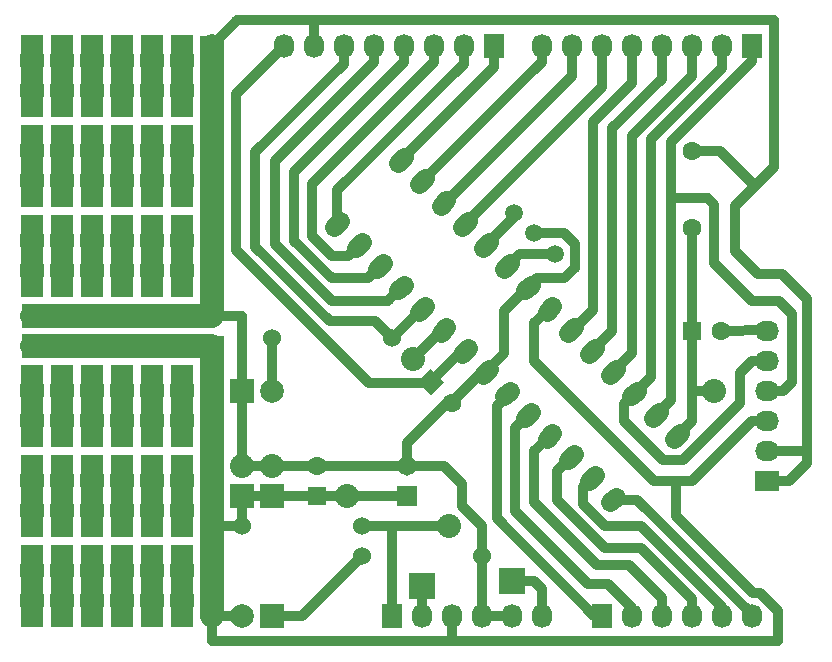
<source format=gbr>
G04 #@! TF.FileFunction,Copper,L2,Bot,Signal*
%FSLAX46Y46*%
G04 Gerber Fmt 4.6, Leading zero omitted, Abs format (unit mm)*
G04 Created by KiCad (PCBNEW 4.0.2+e4-6225~38~ubuntu16.04.1-stable) date Thu 11 Aug 2016 11:22:14 PM PDT*
%MOMM*%
G01*
G04 APERTURE LIST*
%ADD10C,0.100000*%
%ADD11C,1.016000*%
%ADD12R,1.905000X1.905000*%
%ADD13C,1.600000*%
%ADD14R,1.600000X1.600000*%
%ADD15C,1.501140*%
%ADD16C,1.524000*%
%ADD17R,2.032000X1.727200*%
%ADD18O,2.032000X1.727200*%
%ADD19R,1.727200X2.032000*%
%ADD20O,1.727200X2.032000*%
%ADD21R,2.032000X2.032000*%
%ADD22O,2.032000X2.032000*%
%ADD23R,2.235200X2.235200*%
%ADD24R,2.000000X2.000000*%
%ADD25C,2.000000*%
%ADD26R,1.651000X1.651000*%
%ADD27C,1.651000*%
%ADD28C,1.600000*%
%ADD29C,2.032000*%
%ADD30C,2.032000*%
%ADD31C,0.812800*%
G04 APERTURE END LIST*
D10*
D11*
X103378000Y-107061000D02*
X103378000Y-106299000D01*
X102362000Y-107061000D02*
X102362000Y-106299000D01*
X102362000Y-109601000D02*
X102362000Y-108839000D01*
X103378000Y-109601000D02*
X103378000Y-108839000D01*
X103378000Y-79121000D02*
X103378000Y-78359000D01*
X102362000Y-79121000D02*
X102362000Y-78359000D01*
X102362000Y-81661000D02*
X102362000Y-80899000D01*
X103378000Y-81661000D02*
X103378000Y-80899000D01*
X105918000Y-79121000D02*
X105918000Y-78359000D01*
X104902000Y-79121000D02*
X104902000Y-78359000D01*
X104902000Y-81661000D02*
X104902000Y-80899000D01*
X105918000Y-81661000D02*
X105918000Y-80899000D01*
X108458000Y-79121000D02*
X108458000Y-78359000D01*
X107442000Y-79121000D02*
X107442000Y-78359000D01*
X107442000Y-81661000D02*
X107442000Y-80899000D01*
X108458000Y-81661000D02*
X108458000Y-80899000D01*
X110998000Y-79121000D02*
X110998000Y-78359000D01*
X109982000Y-79121000D02*
X109982000Y-78359000D01*
X109982000Y-81661000D02*
X109982000Y-80899000D01*
X110998000Y-81661000D02*
X110998000Y-80899000D01*
X113538000Y-79121000D02*
X113538000Y-78359000D01*
X112522000Y-79121000D02*
X112522000Y-78359000D01*
X112522000Y-81661000D02*
X112522000Y-80899000D01*
X113538000Y-81661000D02*
X113538000Y-80899000D01*
X116078000Y-79121000D02*
X116078000Y-78359000D01*
X115062000Y-79121000D02*
X115062000Y-78359000D01*
X115062000Y-81661000D02*
X115062000Y-80899000D01*
X116078000Y-81661000D02*
X116078000Y-80899000D01*
X103378000Y-86741000D02*
X103378000Y-85979000D01*
X102362000Y-86741000D02*
X102362000Y-85979000D01*
X102362000Y-89281000D02*
X102362000Y-88519000D01*
X103378000Y-89281000D02*
X103378000Y-88519000D01*
X105918000Y-86741000D02*
X105918000Y-85979000D01*
X104902000Y-86741000D02*
X104902000Y-85979000D01*
X104902000Y-89281000D02*
X104902000Y-88519000D01*
X105918000Y-89281000D02*
X105918000Y-88519000D01*
X108458000Y-86741000D02*
X108458000Y-85979000D01*
X107442000Y-86741000D02*
X107442000Y-85979000D01*
X107442000Y-89281000D02*
X107442000Y-88519000D01*
X108458000Y-89281000D02*
X108458000Y-88519000D01*
X110998000Y-86741000D02*
X110998000Y-85979000D01*
X109982000Y-86741000D02*
X109982000Y-85979000D01*
X109982000Y-89281000D02*
X109982000Y-88519000D01*
X110998000Y-89281000D02*
X110998000Y-88519000D01*
X113538000Y-86741000D02*
X113538000Y-85979000D01*
X112522000Y-86741000D02*
X112522000Y-85979000D01*
X112522000Y-89281000D02*
X112522000Y-88519000D01*
X113538000Y-89281000D02*
X113538000Y-88519000D01*
X116078000Y-86741000D02*
X116078000Y-85979000D01*
X115062000Y-86741000D02*
X115062000Y-85979000D01*
X115062000Y-89281000D02*
X115062000Y-88519000D01*
X116078000Y-89281000D02*
X116078000Y-88519000D01*
X103378000Y-94361000D02*
X103378000Y-93599000D01*
X102362000Y-94361000D02*
X102362000Y-93599000D01*
X102362000Y-96901000D02*
X102362000Y-96139000D01*
X103378000Y-96901000D02*
X103378000Y-96139000D01*
X105918000Y-94361000D02*
X105918000Y-93599000D01*
X104902000Y-94361000D02*
X104902000Y-93599000D01*
X104902000Y-96901000D02*
X104902000Y-96139000D01*
X105918000Y-96901000D02*
X105918000Y-96139000D01*
X108458000Y-94361000D02*
X108458000Y-93599000D01*
X107442000Y-94361000D02*
X107442000Y-93599000D01*
X107442000Y-96901000D02*
X107442000Y-96139000D01*
X108458000Y-96901000D02*
X108458000Y-96139000D01*
X110998000Y-94361000D02*
X110998000Y-93599000D01*
X109982000Y-94361000D02*
X109982000Y-93599000D01*
X109982000Y-96901000D02*
X109982000Y-96139000D01*
X110998000Y-96901000D02*
X110998000Y-96139000D01*
X113538000Y-94361000D02*
X113538000Y-93599000D01*
X112522000Y-94361000D02*
X112522000Y-93599000D01*
X112522000Y-96901000D02*
X112522000Y-96139000D01*
X113538000Y-96901000D02*
X113538000Y-96139000D01*
X116078000Y-94361000D02*
X116078000Y-93599000D01*
X115062000Y-94361000D02*
X115062000Y-93599000D01*
X115062000Y-96901000D02*
X115062000Y-96139000D01*
X116078000Y-96901000D02*
X116078000Y-96139000D01*
X105918000Y-107061000D02*
X105918000Y-106299000D01*
X104902000Y-107061000D02*
X104902000Y-106299000D01*
X104902000Y-109601000D02*
X104902000Y-108839000D01*
X105918000Y-109601000D02*
X105918000Y-108839000D01*
X108458000Y-107061000D02*
X108458000Y-106299000D01*
X107442000Y-107061000D02*
X107442000Y-106299000D01*
X107442000Y-109601000D02*
X107442000Y-108839000D01*
X108458000Y-109601000D02*
X108458000Y-108839000D01*
X110998000Y-107061000D02*
X110998000Y-106299000D01*
X109982000Y-107061000D02*
X109982000Y-106299000D01*
X109982000Y-109601000D02*
X109982000Y-108839000D01*
X110998000Y-109601000D02*
X110998000Y-108839000D01*
X113538000Y-107061000D02*
X113538000Y-106299000D01*
X112522000Y-107061000D02*
X112522000Y-106299000D01*
X112522000Y-109601000D02*
X112522000Y-108839000D01*
X113538000Y-109601000D02*
X113538000Y-108839000D01*
X116078000Y-107061000D02*
X116078000Y-106299000D01*
X115062000Y-107061000D02*
X115062000Y-106299000D01*
X115062000Y-109601000D02*
X115062000Y-108839000D01*
X116078000Y-109601000D02*
X116078000Y-108839000D01*
X103378000Y-114681000D02*
X103378000Y-113919000D01*
X102362000Y-114681000D02*
X102362000Y-113919000D01*
X102362000Y-117221000D02*
X102362000Y-116459000D01*
X103378000Y-117221000D02*
X103378000Y-116459000D01*
X105918000Y-114681000D02*
X105918000Y-113919000D01*
X104902000Y-114681000D02*
X104902000Y-113919000D01*
X104902000Y-117221000D02*
X104902000Y-116459000D01*
X105918000Y-117221000D02*
X105918000Y-116459000D01*
X108458000Y-114681000D02*
X108458000Y-113919000D01*
X107442000Y-114681000D02*
X107442000Y-113919000D01*
X107442000Y-117221000D02*
X107442000Y-116459000D01*
X108458000Y-117221000D02*
X108458000Y-116459000D01*
X110998000Y-114681000D02*
X110998000Y-113919000D01*
X109982000Y-114681000D02*
X109982000Y-113919000D01*
X109982000Y-117221000D02*
X109982000Y-116459000D01*
X110998000Y-117221000D02*
X110998000Y-116459000D01*
X113538000Y-114681000D02*
X113538000Y-113919000D01*
X112522000Y-114681000D02*
X112522000Y-113919000D01*
X112522000Y-117221000D02*
X112522000Y-116459000D01*
X113538000Y-117221000D02*
X113538000Y-116459000D01*
X116078000Y-114681000D02*
X116078000Y-113919000D01*
X115062000Y-114681000D02*
X115062000Y-113919000D01*
X115062000Y-117221000D02*
X115062000Y-116459000D01*
X116078000Y-117221000D02*
X116078000Y-116459000D01*
X103378000Y-122301000D02*
X103378000Y-121539000D01*
X102362000Y-122301000D02*
X102362000Y-121539000D01*
X102362000Y-124841000D02*
X102362000Y-124079000D01*
X103378000Y-124841000D02*
X103378000Y-124079000D01*
X105918000Y-122301000D02*
X105918000Y-121539000D01*
X104902000Y-122301000D02*
X104902000Y-121539000D01*
X104902000Y-124841000D02*
X104902000Y-124079000D01*
X105918000Y-124841000D02*
X105918000Y-124079000D01*
X108458000Y-122301000D02*
X108458000Y-121539000D01*
X107442000Y-122301000D02*
X107442000Y-121539000D01*
X107442000Y-124841000D02*
X107442000Y-124079000D01*
X108458000Y-124841000D02*
X108458000Y-124079000D01*
X110998000Y-122301000D02*
X110998000Y-121539000D01*
X109982000Y-122301000D02*
X109982000Y-121539000D01*
X109982000Y-124841000D02*
X109982000Y-124079000D01*
X110998000Y-124841000D02*
X110998000Y-124079000D01*
X113538000Y-122301000D02*
X113538000Y-121539000D01*
X112522000Y-122301000D02*
X112522000Y-121539000D01*
X112522000Y-124841000D02*
X112522000Y-124079000D01*
X113538000Y-124841000D02*
X113538000Y-124079000D01*
X116078000Y-122301000D02*
X116078000Y-121539000D01*
X115062000Y-122301000D02*
X115062000Y-121539000D01*
X115062000Y-124841000D02*
X115062000Y-124079000D01*
X116078000Y-124841000D02*
X116078000Y-124079000D01*
D12*
X102870000Y-110490000D03*
X102870000Y-107950000D03*
X102870000Y-105410000D03*
X102870000Y-82550000D03*
X102870000Y-80010000D03*
X102870000Y-77470000D03*
D13*
X158750000Y-86360000D03*
X158750000Y-92860000D03*
D10*
G36*
X135520629Y-105918000D02*
X136652000Y-104786629D01*
X137783371Y-105918000D01*
X136652000Y-107049371D01*
X135520629Y-105918000D01*
X135520629Y-105918000D01*
G37*
D13*
X138419767Y-107685767D03*
D14*
X158750000Y-101600000D03*
D13*
X161250000Y-101600000D03*
D14*
X127000000Y-115570000D03*
D13*
X127000000Y-113070000D03*
D15*
X147141005Y-95071005D03*
X143688995Y-91618995D03*
X145415000Y-93345000D03*
D16*
X120650000Y-118110000D03*
X130810000Y-118110000D03*
X130810000Y-120650000D03*
X140970000Y-120650000D03*
X133350000Y-102235000D03*
X123190000Y-102235000D03*
D17*
X118110000Y-77470000D03*
D18*
X118110000Y-80010000D03*
X118110000Y-82550000D03*
X118110000Y-85090000D03*
X118110000Y-87630000D03*
X118110000Y-90170000D03*
X118110000Y-92710000D03*
X118110000Y-95250000D03*
X118110000Y-97790000D03*
X118110000Y-100330000D03*
D19*
X102870000Y-100330000D03*
D20*
X105410000Y-100330000D03*
X107950000Y-100330000D03*
X110490000Y-100330000D03*
X113030000Y-100330000D03*
X115570000Y-100330000D03*
D17*
X118110000Y-102870000D03*
D18*
X118110000Y-105410000D03*
X118110000Y-107950000D03*
X118110000Y-110490000D03*
X118110000Y-113030000D03*
X118110000Y-115570000D03*
X118110000Y-118110000D03*
X118110000Y-120650000D03*
X118110000Y-123190000D03*
X118110000Y-125730000D03*
D19*
X102870000Y-102870000D03*
D20*
X105410000Y-102870000D03*
X107950000Y-102870000D03*
X110490000Y-102870000D03*
X113030000Y-102870000D03*
X115570000Y-102870000D03*
D21*
X120650000Y-115570000D03*
D22*
X120650000Y-113030000D03*
D21*
X123190000Y-115570000D03*
D22*
X123190000Y-113030000D03*
D23*
X143510000Y-122809000D03*
X135890000Y-123190000D03*
D19*
X141986000Y-77470000D03*
D20*
X139446000Y-77470000D03*
X136906000Y-77470000D03*
X134366000Y-77470000D03*
X131826000Y-77470000D03*
X129286000Y-77470000D03*
X126746000Y-77470000D03*
X124206000Y-77470000D03*
D19*
X163830000Y-77470000D03*
D20*
X161290000Y-77470000D03*
X158750000Y-77470000D03*
X156210000Y-77470000D03*
X153670000Y-77470000D03*
X151130000Y-77470000D03*
X148590000Y-77470000D03*
X146050000Y-77470000D03*
D17*
X165100000Y-114300000D03*
D18*
X165100000Y-111760000D03*
X165100000Y-109220000D03*
X165100000Y-106680000D03*
X165100000Y-104140000D03*
X165100000Y-101600000D03*
D19*
X151130000Y-125730000D03*
D20*
X153670000Y-125730000D03*
X156210000Y-125730000D03*
X158750000Y-125730000D03*
X161290000Y-125730000D03*
X163830000Y-125730000D03*
D19*
X133350000Y-125730000D03*
D20*
X135890000Y-125730000D03*
X138430000Y-125730000D03*
X140970000Y-125730000D03*
X143510000Y-125730000D03*
X146050000Y-125730000D03*
D24*
X123190000Y-125730000D03*
D25*
X120650000Y-125730000D03*
D24*
X120650000Y-106680000D03*
D25*
X123190000Y-106680000D03*
D26*
X134620000Y-115570000D03*
D27*
X134620000Y-113030000D03*
D28*
X157727487Y-110242513D02*
X157232513Y-110737487D01*
X155931436Y-108446462D02*
X155436462Y-108941436D01*
X154135385Y-106650411D02*
X153640411Y-107145385D01*
X152339333Y-104854359D02*
X151844359Y-105349333D01*
X150543282Y-103058308D02*
X150048308Y-103553282D01*
X148747231Y-101262257D02*
X148252257Y-101757231D01*
X146951180Y-99466206D02*
X146456206Y-99961180D01*
X145155128Y-97670154D02*
X144660154Y-98165128D01*
X143359077Y-95874103D02*
X142864103Y-96369077D01*
X141563026Y-94078052D02*
X141068052Y-94573026D01*
X139766975Y-92282001D02*
X139272001Y-92776975D01*
X137970924Y-90485950D02*
X137475950Y-90980924D01*
X136174872Y-88689898D02*
X135679898Y-89184872D01*
X134378821Y-86893847D02*
X133883847Y-87388821D01*
X128990667Y-92282001D02*
X128495693Y-92776975D01*
X130786719Y-94078052D02*
X130291745Y-94573026D01*
X132582770Y-95874103D02*
X132087796Y-96369077D01*
X134378821Y-97670154D02*
X133883847Y-98165128D01*
X136174872Y-99466206D02*
X135679898Y-99961180D01*
X137970924Y-101262257D02*
X137475950Y-101757231D01*
X139766975Y-103058308D02*
X139272001Y-103553282D01*
X141563026Y-104854359D02*
X141068052Y-105349333D01*
X143359077Y-106650411D02*
X142864103Y-107145385D01*
X145155128Y-108446462D02*
X144660154Y-108941436D01*
X146951180Y-110242513D02*
X146456206Y-110737487D01*
X148747231Y-112038564D02*
X148252257Y-112533538D01*
X150543282Y-113834615D02*
X150048308Y-114329589D01*
X152339333Y-115630667D02*
X151844359Y-116125641D01*
D12*
X105410000Y-82550000D03*
X105410000Y-80010000D03*
X105410000Y-77470000D03*
X107950000Y-82550000D03*
X107950000Y-80010000D03*
X107950000Y-77470000D03*
X110490000Y-82550000D03*
X110490000Y-80010000D03*
X110490000Y-77470000D03*
X113030000Y-82550000D03*
X113030000Y-80010000D03*
X113030000Y-77470000D03*
X115570000Y-82550000D03*
X115570000Y-80010000D03*
X115570000Y-77470000D03*
X102870000Y-90170000D03*
X102870000Y-87630000D03*
X102870000Y-85090000D03*
X105410000Y-90170000D03*
X105410000Y-87630000D03*
X105410000Y-85090000D03*
X107950000Y-90170000D03*
X107950000Y-87630000D03*
X107950000Y-85090000D03*
X110490000Y-90170000D03*
X110490000Y-87630000D03*
X110490000Y-85090000D03*
X113030000Y-90170000D03*
X113030000Y-87630000D03*
X113030000Y-85090000D03*
X115570000Y-90170000D03*
X115570000Y-87630000D03*
X115570000Y-85090000D03*
X102870000Y-97790000D03*
X102870000Y-95250000D03*
X102870000Y-92710000D03*
X105410000Y-97790000D03*
X105410000Y-95250000D03*
X105410000Y-92710000D03*
X107950000Y-97790000D03*
X107950000Y-95250000D03*
X107950000Y-92710000D03*
X110490000Y-97790000D03*
X110490000Y-95250000D03*
X110490000Y-92710000D03*
X113030000Y-97790000D03*
X113030000Y-95250000D03*
X113030000Y-92710000D03*
X115570000Y-97790000D03*
X115570000Y-95250000D03*
X115570000Y-92710000D03*
X105410000Y-110490000D03*
X105410000Y-107950000D03*
X105410000Y-105410000D03*
X107950000Y-110490000D03*
X107950000Y-107950000D03*
X107950000Y-105410000D03*
X110490000Y-110490000D03*
X110490000Y-107950000D03*
X110490000Y-105410000D03*
X113030000Y-110490000D03*
X113030000Y-107950000D03*
X113030000Y-105410000D03*
X115570000Y-110490000D03*
X115570000Y-107950000D03*
X115570000Y-105410000D03*
X102870000Y-118110000D03*
X102870000Y-115570000D03*
X102870000Y-113030000D03*
X105410000Y-118110000D03*
X105410000Y-115570000D03*
X105410000Y-113030000D03*
X107950000Y-118110000D03*
X107950000Y-115570000D03*
X107950000Y-113030000D03*
X110490000Y-118110000D03*
X110490000Y-115570000D03*
X110490000Y-113030000D03*
X113030000Y-118110000D03*
X113030000Y-115570000D03*
X113030000Y-113030000D03*
X115570000Y-118110000D03*
X115570000Y-115570000D03*
X115570000Y-113030000D03*
X102870000Y-125730000D03*
X102870000Y-123190000D03*
X102870000Y-120650000D03*
X105410000Y-125730000D03*
X105410000Y-123190000D03*
X105410000Y-120650000D03*
X107950000Y-125730000D03*
X107950000Y-123190000D03*
X107950000Y-120650000D03*
X110490000Y-125730000D03*
X110490000Y-123190000D03*
X110490000Y-120650000D03*
X113030000Y-125730000D03*
X113030000Y-123190000D03*
X113030000Y-120650000D03*
X115570000Y-125730000D03*
X115570000Y-123190000D03*
X115570000Y-120650000D03*
D29*
X129540000Y-115570000D03*
X135128000Y-104013000D03*
X160655000Y-106680000D03*
X138176000Y-118110000D03*
D30*
X113030000Y-102870000D02*
X110490000Y-102870000D01*
X110490000Y-102870000D02*
X107950000Y-102870000D01*
X107950000Y-102870000D02*
X105410000Y-102870000D01*
X105410000Y-102870000D02*
X102870000Y-102870000D01*
X115570000Y-102870000D02*
X113030000Y-102870000D01*
D31*
X164533262Y-123766262D02*
X163898262Y-123766262D01*
X166044880Y-125277880D02*
X164533262Y-123766262D01*
X138430000Y-127889000D02*
X166044880Y-127889000D01*
X166044880Y-127889000D02*
X166044880Y-125277880D01*
X157416500Y-117284500D02*
X157416500Y-114300000D01*
X163898262Y-123766262D02*
X157416500Y-117284500D01*
X155575000Y-114300000D02*
X157416500Y-114300000D01*
X145415000Y-100965000D02*
X146666307Y-99713693D01*
X145415000Y-100965000D02*
X145415000Y-104140000D01*
X145415000Y-104140000D02*
X155575000Y-114300000D01*
X157416500Y-114300000D02*
X158750000Y-114300000D01*
X158750000Y-114300000D02*
X163830000Y-109220000D01*
X165100000Y-109220000D02*
X163830000Y-109220000D01*
X137723437Y-101509744D02*
X137631256Y-101509744D01*
X137631256Y-101509744D02*
X135128000Y-104013000D01*
X118110000Y-125730000D02*
X118110000Y-127889000D01*
X118110000Y-127889000D02*
X138430000Y-127889000D01*
X118110000Y-125730000D02*
X120650000Y-125730000D01*
X118110000Y-118110000D02*
X120650000Y-118110000D01*
D30*
X118110000Y-110490000D02*
X118110000Y-113030000D01*
X118110000Y-113030000D02*
X118110000Y-115570000D01*
X115570000Y-102870000D02*
X118110000Y-102870000D01*
X118110000Y-115570000D02*
X118110000Y-118110000D01*
X118110000Y-123190000D02*
X118110000Y-125730000D01*
X118110000Y-120650000D02*
X118110000Y-123190000D01*
X118110000Y-118110000D02*
X118110000Y-120650000D01*
X118110000Y-102870000D02*
X118110000Y-105410000D01*
X118110000Y-105410000D02*
X118110000Y-107950000D01*
X118110000Y-107950000D02*
X118110000Y-110490000D01*
D31*
X120650000Y-115570000D02*
X120650000Y-118110000D01*
X134620000Y-115570000D02*
X129540000Y-115570000D01*
X129540000Y-115570000D02*
X127000000Y-115570000D01*
X127000000Y-115570000D02*
X123190000Y-115570000D01*
X123190000Y-115570000D02*
X120650000Y-115570000D01*
X138430000Y-125730000D02*
X138430000Y-127889000D01*
X146703693Y-99713693D02*
X146666307Y-99713693D01*
X145670282Y-97155000D02*
X147955000Y-97155000D01*
X147955000Y-97155000D02*
X148844000Y-96266000D01*
X148844000Y-96266000D02*
X148844000Y-94234000D01*
X148844000Y-94234000D02*
X147955000Y-93345000D01*
X147955000Y-93345000D02*
X145415000Y-93345000D01*
X145670282Y-97155000D02*
X144907641Y-97917641D01*
X142875000Y-99950282D02*
X144907641Y-97917641D01*
X158750000Y-86360000D02*
X161112200Y-86360000D01*
X161112200Y-86360000D02*
X164122100Y-89369900D01*
X165100000Y-111760000D02*
X168529000Y-111760000D01*
X165100000Y-114300000D02*
X167005000Y-114300000D01*
X162433000Y-94869000D02*
X164338000Y-96774000D01*
X164338000Y-96774000D02*
X166370000Y-96774000D01*
X165735000Y-75311000D02*
X165735000Y-87757000D01*
X165735000Y-75311000D02*
X126746000Y-75311000D01*
X165735000Y-87757000D02*
X164122100Y-89369900D01*
X164122100Y-89369900D02*
X162433000Y-91059000D01*
X162433000Y-91059000D02*
X162433000Y-94869000D01*
X168529000Y-98933000D02*
X166370000Y-96774000D01*
X168529000Y-112776000D02*
X168529000Y-111760000D01*
X168529000Y-111760000D02*
X168529000Y-98933000D01*
X167005000Y-114300000D02*
X168529000Y-112776000D01*
X126746000Y-75311000D02*
X120269000Y-75311000D01*
X120269000Y-75311000D02*
X118110000Y-77470000D01*
X140970000Y-120650000D02*
X140970000Y-118110000D01*
X137795000Y-113030000D02*
X134620000Y-113030000D01*
X139319000Y-114554000D02*
X137795000Y-113030000D01*
X139319000Y-116459000D02*
X139319000Y-114554000D01*
X140970000Y-118110000D02*
X139319000Y-116459000D01*
X140970000Y-120650000D02*
X140970000Y-125730000D01*
X118110000Y-100330000D02*
X120650000Y-100330000D01*
X120650000Y-100330000D02*
X120650000Y-106680000D01*
D30*
X118110000Y-77470000D02*
X118110000Y-80010000D01*
X118110000Y-80010000D02*
X118110000Y-82550000D01*
X118110000Y-82550000D02*
X118110000Y-85090000D01*
X118110000Y-85090000D02*
X118110000Y-87630000D01*
X118110000Y-87630000D02*
X118110000Y-90170000D01*
X118110000Y-90170000D02*
X118110000Y-92710000D01*
X118110000Y-92710000D02*
X118110000Y-95250000D01*
X118110000Y-95250000D02*
X118110000Y-97790000D01*
X118110000Y-97790000D02*
X118110000Y-100330000D01*
X118110000Y-100330000D02*
X115570000Y-100330000D01*
X115570000Y-100330000D02*
X113030000Y-100330000D01*
X113030000Y-100330000D02*
X110490000Y-100330000D01*
X110490000Y-100330000D02*
X107950000Y-100330000D01*
X107950000Y-100330000D02*
X105410000Y-100330000D01*
X105410000Y-100330000D02*
X102870000Y-100330000D01*
D31*
X127000000Y-113070000D02*
X134580000Y-113070000D01*
X134580000Y-113070000D02*
X134620000Y-113030000D01*
X141315539Y-105101846D02*
X141003688Y-105101846D01*
X141003688Y-105101846D02*
X138292767Y-107812767D01*
X138292767Y-107812767D02*
X137932233Y-107812767D01*
X137932233Y-107812767D02*
X134620000Y-111125000D01*
X134620000Y-111125000D02*
X134620000Y-113030000D01*
X141315539Y-105101846D02*
X141315539Y-105064461D01*
X141315539Y-105064461D02*
X142875000Y-103505000D01*
X142875000Y-103505000D02*
X142875000Y-99950282D01*
X127040000Y-113030000D02*
X123190000Y-113030000D01*
X123190000Y-113030000D02*
X120650000Y-113030000D01*
X120650000Y-113030000D02*
X120650000Y-106680000D01*
X140970000Y-125730000D02*
X143510000Y-125730000D01*
X126492000Y-75311000D02*
X126746000Y-75311000D01*
X126746000Y-77470000D02*
X126746000Y-75565000D01*
X126492000Y-75311000D02*
X126365000Y-75311000D01*
X126746000Y-75565000D02*
X126492000Y-75311000D01*
X158750000Y-106680000D02*
X158750000Y-109220000D01*
X158750000Y-109220000D02*
X157480000Y-110490000D01*
X133350000Y-125730000D02*
X133350000Y-118110000D01*
X130810000Y-118110000D02*
X133350000Y-118110000D01*
X133350000Y-118110000D02*
X138176000Y-118110000D01*
X160655000Y-106680000D02*
X158750000Y-106680000D01*
X158750000Y-92860000D02*
X158750000Y-101600000D01*
X158750000Y-106680000D02*
X158750000Y-101600000D01*
X158750000Y-92860000D02*
X158750000Y-92860000D01*
X161250000Y-101600000D02*
X165060000Y-101560000D01*
X165060000Y-101560000D02*
X165100000Y-101600000D01*
X123190000Y-102235000D02*
X123190000Y-106680000D01*
X160655000Y-95885000D02*
X160655000Y-90944700D01*
X167233598Y-100177598D02*
X166116000Y-99060000D01*
X166116000Y-99060000D02*
X163830000Y-99060000D01*
X165100000Y-106680000D02*
X166471598Y-106680000D01*
X166471598Y-106680000D02*
X167233598Y-105918000D01*
X163830000Y-99060000D02*
X160655000Y-95885000D01*
X167233598Y-105918000D02*
X167233598Y-100177598D01*
X160083500Y-90373200D02*
X156972000Y-90373200D01*
X160655000Y-90944700D02*
X160083500Y-90373200D01*
X156972000Y-85598000D02*
X156972000Y-90373200D01*
X156972000Y-90373200D02*
X156972000Y-107405898D01*
X163830000Y-77470000D02*
X163830000Y-78740000D01*
X156972000Y-85598000D02*
X163830000Y-78740000D01*
X156972000Y-107405898D02*
X155683949Y-108693949D01*
X155321000Y-85344000D02*
X155321000Y-105464796D01*
X161290000Y-77470000D02*
X161290000Y-79375000D01*
X155321000Y-85344000D02*
X161290000Y-79375000D01*
X155321000Y-105464796D02*
X153887898Y-106897898D01*
X153035000Y-109220000D02*
X153035000Y-107750796D01*
X153035000Y-109220000D02*
X156337000Y-112522000D01*
X156337000Y-112522000D02*
X157988000Y-112522000D01*
X157988000Y-112522000D02*
X162814000Y-107696000D01*
X162814000Y-107696000D02*
X162814000Y-105156000D01*
X162814000Y-105156000D02*
X163830000Y-104140000D01*
X165100000Y-104140000D02*
X163830000Y-104140000D01*
X153035000Y-107750796D02*
X153887898Y-106897898D01*
X152091846Y-105101846D02*
X152091846Y-105083154D01*
X152091846Y-105083154D02*
X153670000Y-103505000D01*
X158750000Y-80010000D02*
X158750000Y-77470000D01*
X153670000Y-85090000D02*
X158750000Y-80010000D01*
X153670000Y-103505000D02*
X153670000Y-85090000D01*
X156210000Y-77470000D02*
X156210000Y-80264000D01*
X152019000Y-101582590D02*
X150295795Y-103305795D01*
X152019000Y-84455000D02*
X152019000Y-101582590D01*
X156210000Y-80264000D02*
X152019000Y-84455000D01*
X148499744Y-101509744D02*
X148680256Y-101509744D01*
X148680256Y-101509744D02*
X150368000Y-99822000D01*
X153670000Y-80606900D02*
X153670000Y-77470000D01*
X150368000Y-83908900D02*
X153670000Y-80606900D01*
X150368000Y-99822000D02*
X150368000Y-83908900D01*
X148499744Y-101509744D02*
X148499744Y-101690256D01*
X148499744Y-101690256D02*
X149225000Y-100965000D01*
X147141005Y-95071005D02*
X144162175Y-95071005D01*
X144162175Y-95071005D02*
X143111590Y-96121590D01*
X143688995Y-91618995D02*
X143688995Y-91952083D01*
X143688995Y-91952083D02*
X141315539Y-94325539D01*
X151130000Y-77470000D02*
X151130000Y-80918976D01*
X151130000Y-80918976D02*
X139519488Y-92529488D01*
X137723437Y-90733437D02*
X137866563Y-90733437D01*
X137866563Y-90733437D02*
X148590000Y-80010000D01*
X148590000Y-80010000D02*
X148590000Y-77470000D01*
X137723437Y-90733437D02*
X137723437Y-90241563D01*
X146050000Y-77470000D02*
X146050000Y-78814770D01*
X146050000Y-78814770D02*
X135927385Y-88937385D01*
X141986000Y-77470000D02*
X141986000Y-79286668D01*
X141986000Y-79286668D02*
X134131334Y-87141334D01*
X128743180Y-92529488D02*
X128743180Y-89696820D01*
X139446000Y-78994000D02*
X139446000Y-77470000D01*
X128743180Y-89696820D02*
X139446000Y-78994000D01*
X128270000Y-95250000D02*
X129614771Y-95250000D01*
X128270000Y-95250000D02*
X126619000Y-93599000D01*
X126619000Y-93599000D02*
X126619000Y-89154000D01*
X126619000Y-89154000D02*
X136906000Y-78867000D01*
X136906000Y-77470000D02*
X136906000Y-78867000D01*
X129614771Y-95250000D02*
X130539232Y-94325539D01*
X128270000Y-97155000D02*
X131301873Y-97155000D01*
X128270000Y-97155000D02*
X125095000Y-93980000D01*
X125095000Y-93980000D02*
X125095000Y-88138000D01*
X125095000Y-88138000D02*
X134366000Y-78867000D01*
X134366000Y-77470000D02*
X134366000Y-78867000D01*
X131301873Y-97155000D02*
X132335283Y-96121590D01*
X128270000Y-99060000D02*
X132988975Y-99060000D01*
X128270000Y-99060000D02*
X123444000Y-94234000D01*
X123444000Y-94234000D02*
X123444000Y-87249000D01*
X123444000Y-87249000D02*
X131826000Y-78867000D01*
X131826000Y-77470000D02*
X131826000Y-78867000D01*
X132988975Y-99060000D02*
X134131334Y-97917641D01*
X128079500Y-100774500D02*
X131889500Y-100774500D01*
X129286000Y-77470000D02*
X129286000Y-78994000D01*
X121793000Y-86487000D02*
X129286000Y-78994000D01*
X121793000Y-94488000D02*
X121793000Y-86487000D01*
X128079500Y-100774500D02*
X121793000Y-94488000D01*
X131889500Y-100774500D02*
X133350000Y-102235000D01*
X133350000Y-102235000D02*
X133406078Y-102235000D01*
X133406078Y-102235000D02*
X135927385Y-99713693D01*
X135927385Y-99713693D02*
X135871307Y-99713693D01*
X124206000Y-77470000D02*
X120142000Y-81534000D01*
X131445000Y-106045000D02*
X120142000Y-94742000D01*
X120142000Y-94742000D02*
X120142000Y-81534000D01*
X131445000Y-106045000D02*
X136525000Y-106045000D01*
X139519488Y-103305795D02*
X139264205Y-103305795D01*
X139264205Y-103305795D02*
X136525000Y-106045000D01*
X150495000Y-125730000D02*
X142240000Y-117475000D01*
X142240000Y-107950000D02*
X143111590Y-107078410D01*
X142240000Y-117475000D02*
X142240000Y-107950000D01*
X143111590Y-107078410D02*
X143111590Y-106897898D01*
X153670000Y-125730000D02*
X153670000Y-125095000D01*
X143764000Y-109837590D02*
X144907641Y-108693949D01*
X143764000Y-116840000D02*
X143764000Y-109837590D01*
X149987000Y-123063000D02*
X143764000Y-116840000D01*
X151638000Y-123063000D02*
X149987000Y-123063000D01*
X153670000Y-125095000D02*
X151638000Y-123063000D01*
X156210000Y-125730000D02*
X156210000Y-124206000D01*
X153416000Y-121412000D02*
X156210000Y-124206000D01*
X145415000Y-111778693D02*
X146703693Y-110490000D01*
X150749000Y-121412000D02*
X145415000Y-116078000D01*
X145415000Y-116078000D02*
X145415000Y-111778693D01*
X150749000Y-121412000D02*
X153416000Y-121412000D01*
X151384000Y-120015000D02*
X154432000Y-120015000D01*
X151384000Y-120015000D02*
X147320000Y-115951000D01*
X147320000Y-115951000D02*
X147320000Y-113465795D01*
X148499744Y-112286051D02*
X147320000Y-113465795D01*
X158750000Y-124333000D02*
X158750000Y-125730000D01*
X154432000Y-120015000D02*
X158750000Y-124333000D01*
X149542500Y-116268500D02*
X149542500Y-114835397D01*
X149542500Y-114835397D02*
X150295795Y-114082102D01*
X161290000Y-124968000D02*
X161290000Y-125730000D01*
X154432000Y-118110000D02*
X161290000Y-124968000D01*
X151384000Y-118110000D02*
X154432000Y-118110000D01*
X149529800Y-116255800D02*
X149542500Y-116268500D01*
X149542500Y-116268500D02*
X151384000Y-118110000D01*
X163830000Y-125730000D02*
X163830000Y-125603000D01*
X154105154Y-115878154D02*
X152091846Y-115878154D01*
X163830000Y-125603000D02*
X154105154Y-115878154D01*
X135890000Y-125730000D02*
X135890000Y-123190000D01*
X146050000Y-125730000D02*
X146050000Y-123444000D01*
X145415000Y-122809000D02*
X143510000Y-122809000D01*
X146050000Y-123444000D02*
X145415000Y-122809000D01*
X123190000Y-125730000D02*
X125730000Y-125730000D01*
X125730000Y-125730000D02*
X130810000Y-120650000D01*
M02*

</source>
